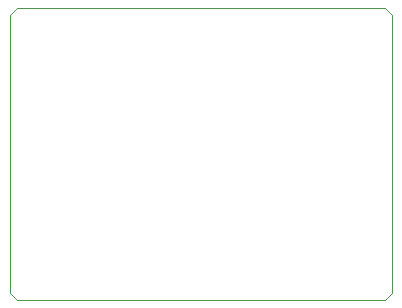
<source format=gbr>
G04 #@! TF.GenerationSoftware,KiCad,Pcbnew,5.1.9-73d0e3b20d~88~ubuntu20.04.1*
G04 #@! TF.CreationDate,2021-01-20T21:34:12+07:00*
G04 #@! TF.ProjectId,ch340G_uploader,63683334-3047-45f7-9570-6c6f61646572,rev?*
G04 #@! TF.SameCoordinates,Original*
G04 #@! TF.FileFunction,Profile,NP*
%FSLAX46Y46*%
G04 Gerber Fmt 4.6, Leading zero omitted, Abs format (unit mm)*
G04 Created by KiCad (PCBNEW 5.1.9-73d0e3b20d~88~ubuntu20.04.1) date 2021-01-20 21:34:12*
%MOMM*%
%LPD*%
G01*
G04 APERTURE LIST*
G04 #@! TA.AperFunction,Profile*
%ADD10C,0.050000*%
G04 #@! TD*
G04 APERTURE END LIST*
D10*
X149225000Y-60960000D02*
X118110000Y-60960000D01*
X149860000Y-85090000D02*
X149860000Y-61595000D01*
X118110000Y-85725000D02*
X149225000Y-85725000D01*
X117475000Y-61595000D02*
X117475000Y-85090000D01*
X118110000Y-60960000D02*
X118110000Y-60960000D01*
X149860000Y-61595000D02*
X149225000Y-60960000D01*
X117475000Y-61595000D02*
X118110000Y-60960000D01*
X117475000Y-85090000D02*
X118110000Y-85725000D01*
X149225000Y-85725000D02*
X149860000Y-85090000D01*
M02*

</source>
